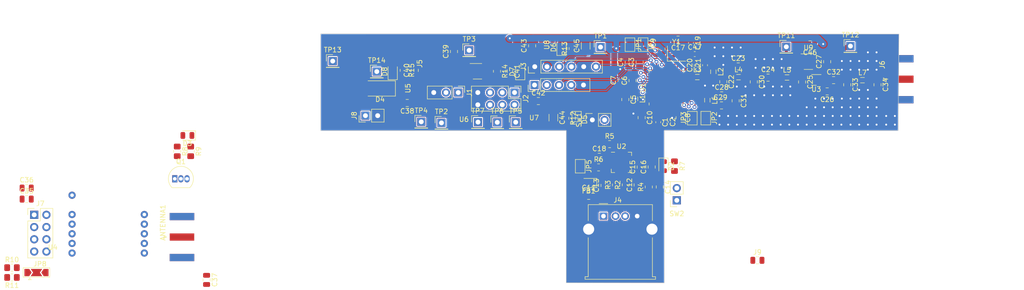
<source format=kicad_pcb>
(kicad_pcb (version 20211014) (generator pcbnew)
  (layers (0 "F.Cu" signal) (31 "B.Cu" signal) (34 "B.Paste" user) (35 "F.Paste" user) (36 "B.SilkS" user "B.Silkscreen") (37 "F.SilkS" user "F.Silkscreen") (38 "B.Mask" user) (39 "F.Mask" user) (44 "Edge.Cuts" user))
  (net 0 "")
  (net 1 "Net-(ANTENNA1-Pad1)")
  (net 2 "Net-(ANTENNA1-Pad2)")
  (net 3 "+3V3")
  (net 4 "GND")
  (net 5 "Net-(C5-Pad1)")
  (net 6 "NRST")
  (net 7 "/USB_5V")
  (net 8 "Net-(C12-Pad1)")
  (net 9 "Net-(C13-Pad1)")
  (net 10 "Net-(C14-Pad1)")
  (net 11 "Net-(C15-Pad2)")
  (net 12 "Net-(C17-Pad2)")
  (net 13 "/USB_3V3")
  (net 14 "Net-(C19-Pad2)")
  (net 15 "Net-(C20-Pad1)")
  (net 16 "Net-(C22-Pad1)")
  (net 17 "Net-(C23-Pad2)")
  (net 18 "Net-(C24-Pad2)")
  (net 19 "RFSW_VC1")
  (net 20 "RFSW_VC2")
  (net 21 "Net-(C28-Pad1)")
  (net 22 "Net-(C29-Pad1)")
  (net 23 "Net-(C29-Pad2)")
  (net 24 "Net-(C32-Pad1)")
  (net 25 "Net-(C32-Pad2)")
  (net 26 "Net-(C34-Pad1)")
  (net 27 "+3V3_RFID")
  (net 28 "Net-(C38-Pad1)")
  (net 29 "+5V")
  (net 30 "+5V_GPS")
  (net 31 "Net-(D2-Pad1)")
  (net 32 "Net-(D3-Pad1)")
  (net 33 "Net-(D4-Pad2)")
  (net 34 "Net-(D5-Pad2)")
  (net 35 "Net-(D6-Pad2)")
  (net 36 "Net-(D7-Pad2)")
  (net 37 "Net-(D8-Pad2)")
  (net 38 "ALARM_ON")
  (net 39 "RFID_LED")
  (net 40 "RFID_DATA0")
  (net 41 "RFID_DATA1")
  (net 42 "RFID_NRST")
  (net 43 "RFID_TAG_IN_RANGE")
  (net 44 "GPS_RXD")
  (net 45 "GPS_TXD")
  (net 46 "GPS_STATE")
  (net 47 "DEBUG_JTMS_SWDIO")
  (net 48 "DEBUG_JTCK_SWCLK")
  (net 49 "Net-(J7-Pad2)")
  (net 50 "Net-(J7-Pad3)")
  (net 51 "Net-(J7-Pad4)")
  (net 52 "Net-(J7-Pad5)")
  (net 53 "Net-(J7-Pad6)")
  (net 54 "Net-(C47-Pad1)")
  (net 55 "Net-(JP2-Pad1)")
  (net 56 "Net-(JP8-Pad1)")
  (net 57 "Net-(JP8-Pad2)")
  (net 58 "Net-(JP8-Pad3)")
  (net 59 "Net-(L1-Pad2)")
  (net 60 "Net-(C25-Pad1)")
  (net 61 "Net-(Q1-Pad2)")
  (net 62 "Net-(Q1-Pad3)")
  (net 63 "Net-(R2-Pad2)")
  (net 64 "Net-(R3-Pad2)")
  (net 65 "I2C1_SCL")
  (net 66 "I2C1_SDA")
  (net 67 "Net-(TP1-Pad1)")
  (net 68 "Net-(L3-Pad1)")
  (net 69 "DBUG_JTDO_SWO")
  (net 70 "DEBUG_JTRST")
  (net 71 "GPS_~{PWR}")
  (net 72 "RFID_~{PWR}")
  (net 73 "Net-(TP2-Pad1)")
  (net 74 "Net-(TP3-Pad1)")
  (net 75 "Net-(TP4-Pad1)")
  (net 76 "Net-(TP5-Pad1)")
  (net 77 "Net-(TP6-Pad1)")
  (net 78 "Net-(TP7-Pad1)")
  (net 80 "DEBUG_JTDI")
  (net 92 "unconnected-(U1-Pad32)")
  (footprint "Inductor_SMD:L_0805_2012Metric_Pad1.05x1.20mm_HandSolder" (layer "F.Cu") (at 172.992 144.554 -90)
    (fp_text reference "L1")
    (fp_text value "15u")
  )
  (footprint "Connector_PinHeader_2.54mm:PinHeader_1x01_P2.54mm_Vertical" (layer "F.Cu") (at 144.395 149.425)
    (fp_text reference "TP6")
    (fp_text value "TestPoint")
  )
  (footprint "Capacitor_SMD:C_0603_1608Metric" (layer "F.Cu") (at 185.777635 137.57 90)
    (fp_text reference "C20")
    (fp_text value "47n")
  )
  (footprint "Jumper:SolderJumper-2_P1.3mm_Open_TrianglePad1.0x1.5mm" (layer "F.Cu") (at 161.608 158.533 -90)
    (fp_text reference "JP5")
    (fp_text value "SolderJumper_2_Open")
  )
  (footprint "Resistor_SMD:R_0805_2012Metric_Pad1.20x1.40mm_HandSolder" (layer "F.Cu") (at 169.026 162.414 90)
    (fp_text reference "R3")
    (fp_text value "27R")
  )
  (footprint "Capacitor_SMD:C_0805_2012Metric" (layer "F.Cu") (at 182.23 148.48 -90)
    (fp_text reference "C8")
    (fp_text value "0.1u")
  )
  (footprint "Capacitor_SMD:C_0805_2012Metric" (layer "F.Cu") (at 46.736 165.354)
    (fp_text reference "C35")
    (fp_text value "10n")
  )
  (footprint "new_footprints:SOT25" (layer "F.Cu") (at 127.06 143.36 90)
    (fp_text reference "U5")
    (fp_text value "AP7370-50W5-7")
  )
  (footprint "Connector_PinSocket_2.54mm:PinSocket_1x02_P2.54mm_Vertical" (layer "F.Cu") (at 181.649 165.61 180)
    (fp_text reference "SW2")
    (fp_text value "SW_Push")
  )
  (footprint "Inductor_SMD:L_0805_2012Metric_Pad1.05x1.20mm_HandSolder" (layer "F.Cu") (at 185.9 140.03)
    (fp_text reference "L3")
    (fp_text value "4.45n")
  )
  (footprint "Connector_PinHeader_2.54mm:PinHeader_1x01_P2.54mm_Vertical" (layer "F.Cu") (at 140.395 149.375)
    (fp_text reference "TP7")
    (fp_text value "TestPoint")
  )
  (footprint "Connector_PinHeader_2.54mm:PinHeader_1x01_P2.54mm_Vertical" (layer "F.Cu") (at 165.82 133.81)
    (fp_text reference "TP1")
    (fp_text value "TestPoint")
  )
  (footprint "Connector_PinHeader_2.54mm:PinHeader_1x01_P2.54mm_Vertical" (layer "F.Cu") (at 138.559 134.477)
    (fp_text reference "TP3")
    (fp_text value "TestPoint")
  )
  (footprint "Inductor_SMD:L_0805_2012Metric_Pad1.05x1.20mm_HandSolder" (layer "F.Cu") (at 189.23 138.93 -90)
    (fp_text reference "L2")
    (fp_text value "47n")
  )
  (footprint "Capacitor_SMD:C_1206_3216Metric" (layer "F.Cu") (at 162.74 133.54 90)
    (fp_text reference "C45")
    (fp_text value "10u")
  )
  (footprint "Capacitor_SMD:C_0805_2012Metric" (layer "F.Cu") (at 127.265 138.634 90)
    (fp_text reference "C40")
    (fp_text value "1u")
  )
  (footprint "Resistor_SMD:R_0805_2012Metric_Pad1.20x1.40mm_HandSolder" (layer "F.Cu") (at 175.832 162.836 90)
    (fp_text reference "R4")
    (fp_text value "5k")
  )
  (footprint "Capacitor_SMD:C_0805_2012Metric" (layer "F.Cu") (at 151.63 133.54 90)
    (fp_text reference "C43")
    (fp_text value "1u")
  )
  (footprint "Jumper:SolderJumper-3_P2.0mm_Open_TrianglePad1.0x1.5mm" (layer "F.Cu") (at 48.768 180.594)
    (fp_text reference "JP8")
    (fp_text value "SolderJumper_3_Open")
  )
  (footprint "Resistor_SMD:R_0805_2012Metric_Pad1.20x1.40mm_HandSolder" (layer "F.Cu") (at 158.5 148.57 -90)
    (fp_text reference "R12")
    (fp_text value "200R")
  )
  (footprint "Jumper:SolderJumper-2_P1.3mm_Open_TrianglePad1.0x1.5mm" (layer "F.Cu") (at 174.66 133.29 -90)
    (fp_text reference "JP4")
    (fp_text value "SolderJumper_2_Open")
  )
  (footprint "Resistor_SMD:R_0805_2012Metric_Pad1.20x1.40mm_HandSolder" (layer "F.Cu") (at 124.979 138.634 -90)
    (fp_text reference "R15")
    (fp_text value "200R")
  )
  (footprint "Capacitor_SMD:C_0805_2012Metric" (layer "F.Cu") (at 181.910978 132.261 180)
    (fp_text reference "C17")
    (fp_text value "DNP")
  )
  (footprint "Capacitor_SMD:C_0805_2012Metric" (layer "F.Cu") (at 171.67 136.97 90)
    (fp_text reference "C4")
    (fp_text value "100n")
  )
  (footprint "Connector_PinHeader_2.54mm:PinHeader_1x02_P2.54mm_Vertical" (layer "F.Cu") (at 117.035 148.033 90)
    (fp_text reference "J8")
    (fp_text value "BATT")
  )
  (footprint "Package_DFN_QFN:DFN-6-1EP_2x2mm_P0.5mm_EP0.6x1.37mm" (layer "F.Cu") (at 210.6 140.62 180)
    (fp_text reference "U3")
    (fp_text value "SKY13370-374LF")
  )
  (footprint "LED_SMD:LED_0805_2012Metric" (layer "F.Cu") (at 163.356 162.024 180)
    (fp_text reference "FB1")
    (fp_text value "FerriteBead")
  )
  (footprint "Capacitor_SMD:C_0805_2012Metric" (layer "F.Cu") (at 170.962 144.694 -90)
    (fp_text reference "C5")
    (fp_text value "470n")
  )
  (footprint "Capacitor_SMD:C_0603_1608Metric" (layer "F.Cu") (at 177.8 149.4 -90)
    (fp_text reference "C1")
    (fp_text value "4.7u")
  )
  (footprint "Capacitor_SMD:C_0805_2012Metric" (layer "F.Cu") (at 178.118 162.836 -90)
    (fp_text reference "C14")
    (fp_text value "0.1u")
  )
  (footprint "Capacitor_SMD:C_0603_1608Metric" (layer "F.Cu") (at 187.507635 137.57 90)
    (fp_text reference "C21")
    (fp_text value "68p")
  )
  (footprint "Capacitor_SMD:C_0805_2012Metric" (layer "F.Cu") (at 173.93 136.93 90)
    (fp_text reference "C3")
    (fp_text value "4.7u")
  )
  (footprint "Connector_Coaxial:SMA_Amphenol_132289_EdgeMount" (layer "F.Cu") (at 78.9655 173.228)
    (fp_text reference "ANTENNA1")
    (fp_text value "1.337m")
  )
  (footprint "Resistor_SMD:R_0805_2012Metric_Pad1.20x1.40mm_HandSolder" (layer "F.Cu") (at 160.0285 134.114 90)
    (fp_text reference "R13")
    (fp_text value "200R")
  )
  (footprint "Capacitor_SMD:C_0805_2012Metric" (layer "F.Cu") (at 46.736 163.068)
    (fp_text reference "C36")
    (fp_text value "1u")
  )
  (footprint "Resistor_SMD:R_0805_2012Metric_Pad1.20x1.40mm_HandSolder" (layer "F.Cu") (at 77.978 155.448 -90)
    (fp_text reference "R8")
    (fp_text value "15R")
  )
  (footprint "Connector_PinHeader_2.54mm:PinHeader_1x01_P2.54mm_Vertical" (layer "F.Cu") (at 128.62 149.31)
    (fp_text reference "TP4")
    (fp_text value "TestPoint")
  )
  (footprint "Capacitor_SMD:C_0805_2012Metric" (layer "F.Cu") (at 200.59 140.15)
    (fp_text reference "C24")
    (fp_text value "68p")
  )
  (footprint "new_footprints:ID-3LA" (layer "F.Cu") (at 56.154 176.55)
    (fp_text reference "U4")
    (fp_text value "ID-3LA")
  )
  (footprint "Resistor_SMD:R_0805_2012Metric_Pad1.20x1.40mm_HandSolder" (layer "F.Cu") (at 43.688 181.61 180)
    (fp_text reference "R11")
    (fp_text value "1k")
  )
  (footprint "Connector_PinHeader_2.54mm:PinHeader_1x01_P2.54mm_Vertical" (layer "F.Cu") (at 110.246 136.714)
    (fp_text reference "TP13")
    (fp_text value "TestPoint")
  )
  (footprint "Capacitor_SMD:C_0603_1608Metric" (layer "F.Cu") (at 185.37 135.26)
    (fp_text reference "C47")
    (fp_text value "1u")
  )
  (footprint "Resistor_SMD:R_0805_2012Metric_Pad1.20x1.40mm_HandSolder" (layer "F.Cu") (at 165.418 158.772)
    (fp_text reference "R6")
    (fp_text value "1k")
  )
  (footprint "Capacitor_SMD:C_0805_2012Metric" (layer "F.Cu") (at 191.3 141 -90)
    (fp_text reference "C22")
    (fp_text value "0.7p")
  )
  (footprint "Capacitor_SMD:C_0805_2012Metric" (layer "F.Cu") (at 152.92 145.01)
    (fp_text reference "C42")
    (fp_text value "1u")
  )
  (footprint "Jumper:SolderJumper-2_P1.3mm_Open_TrianglePad1.0x1.5mm" (layer "F.Cu") (at 184.87 148.56 90)
    (fp_text reference "JP3")
    (fp_text value "SolderJumper_2_Open")
  )
  (footprint "Connector_USB:USB_A_Molex_67643_Horizontal" (layer "F.Cu") (at 166.426 168.884)
    (fp_text reference "J4")
    (fp_text value "USB_A")
  )
  (footprint "Capacitor_SMD:C_0805_2012Metric" (layer "F.Cu") (at 193.86 144.95 -90)
    (fp_text reference "C31")
    (fp_text value "1p")
  )
  (footprint "Capacitor_SMD:C_0805_2012Metric" (layer "F.Cu") (at 207.65 141.05 -90)
    (fp_text reference "C25")
    (fp_text value "DNP")
  )
  (footprint "Resistor_SMD:R_0805_2012Metric_Pad1.20x1.40mm_HandSolder" (layer "F.Cu") (at 144.334 138.827 -90)
    (fp_text reference "R14")
    (fp_text value "200R")
  )
  (footprint "Resistor_SMD:R_0805_2012Metric_Pad1.20x1.40mm_HandSolder" (layer "F.Cu") (at 171.066 162.404 90)
    (fp_text reference "R2")
    (fp_text value "27R")
  )
  (footprint "Capacitor_SMD:C_0805_2012Metric" (layer "F.Cu") (at 135.409 134.727 90)
    (fp_text reference "C39")
    (fp_text value "1u")
  )
  (footprint "Capacitor_SMD:C_0805_2012Metric" (layer "F.Cu") (at 217.02 141.625 -90)
    (fp_text reference "C33")
    (fp_text value "3.3p")
  )
  (footprint "Package_DFN_QFN:QFN-48-1EP_7x7mm_P0.5mm_EP5.6x5.6mm" (layer "F.Cu") (at 179.51 142.24 90)
    (fp_text reference "U1")
    (fp_text value "STM32WL55_UFQFPN48")
  )
  (footprint "Capacitor_SMD:C_0805_2012Metric" (layer "F.Cu") (at 84.074 182.118 -90)
    (fp_text reference "C37")
    (fp_text value "DNP")
  )
  (footprint "Connector_PinHeader_2.54mm:PinHeader_1x06_P2.54mm_Vertical" (layer "F.Cu") (at 152.17 137.87 90)
    (fp_text reference "J3")
    (fp_text value "GPS_CONN")
  )
  (footprint "Capacitor_SMD:C_0805_2012Metric" (layer "F.Cu") (at 165.556 156.574)
    (fp_text reference "C18")
    (fp_text value "100n")
  )
  (footprint "Connector_PinHeader_2.54mm:PinHeader_1x01_P2.54mm_Vertical" (layer "F.Cu") (at 148.22 149.4)
    (fp_text reference "TP5")
    (fp_text value "TestPoint")
  )
  (footprint "Resistor_SMD:R_0805_2012Metric_Pad1.20x1.40mm_HandSolder" (layer "F.Cu") (at 181.166 158.518 -90)
    (fp_text reference "R7")
    (fp_text value "500R")
  )
  (footprint "Capacitor_SMD:C_0805_2012Metric" (layer "F.Cu") (at 170.184 140.704 90)
    (fp_text reference "C7")
    (fp_text value "10n")
  )
  (footprint "Capacitor_SMD:C_0805_2012Metric" (layer "F.Cu") (at 190.92 145.91)
    (fp_text reference "C29")
    (fp_text value "3p")
  )
  (footprint "Package_TO_SOT_SMD:SOT-23-5_HandSoldering" (layer "F.Cu") (at 208.96 136.83)
    (fp_text reference "U9")
    (fp_text value "74LVC1G04")
  )
  (footprint "Capacitor_SMD:C_0805_2012Metric" (layer "F.Cu") (at 197.625 141.025 -90)
    (fp_text reference "C30")
    (fp_text value "5.1p")
  )
  (footprint "Capacitor_SMD:C_0805_2012Metric" (layer "F.Cu") (at 163.366 164.674)
    (fp_text reference "C11")
    (fp_text value "10n")
  )
  (footprint "Capacitor_SMD:C_0805_2012Metric" (layer "F.Cu") (at 198.374 178.054)
    (fp_text reference "J9")
    (fp_text value "RFShield_TwoPieces")
  )
  (footprint "Capacitor_SMD:C_0805_2012Metric" (layer "F.Cu") (at 174.35 148.45 -90)
    (fp_text reference "C10")
    (fp_text value "4.7u")
  )
  (footprint "Connector_PinHeader_2.54mm:PinHeader_2x04_P2.54mm_Vertical" (layer "F.Cu") (at 147.975 143.24 -90)
    (fp_text reference "J2")
    (fp_text value "RFID_CONN")
  )
  (footprint "new_footprints:SOT25" (layer "F.Cu") (at 155.878 134.606 90)
    (fp_text reference "U8")
    (fp_text value "AP22811BW5-7")
  )
  (footprint "Capacitor_SMD:C_0805_2012Metric" (layer "F.Cu") (at 174.156 158.714 90)
    (fp_text reference "C15")
    (fp_text value "100n")
  )
  (footprint "Jumper:SolderJumper-2_P1.3mm_Open_TrianglePad1.0x1.5mm" (layer "F.Cu") (at 187.66 148.55 -90)
    (fp_text reference "JP2")
    (fp_text value "SolderJumper_2_Open")
  )
  (footprint "Capacitor_SMD:C_0603_1608Metric" (layer "F.Cu") (at 184.59 132.95 -90)
    (fp_text reference "C19")
    (fp_text value "DNP")
  )
  (footprint "LED_SMD:LED_0805_2012Metric" (layer "F.Cu") (at 80.0885 152.146 180)
    (fp_text reference "D3")
    (fp_text value "LED")
  )
  (footprint "Connector_PinHeader_2.54mm:PinHeader_1x01_P2.54mm_Vertical" (layer "F.Cu") (at 204.375 133.75)
    (fp_text reference "TP11")
    (fp_text value "TestPoint")
  )
  (footprint "Capacitor_SMD:C_0805_2012Metric" (layer "F.Cu") (at 194.4 137.825)
    (fp_text reference "C23")
    (fp_text value "2p")
  )
  (footprint "Resistor_SMD:R_0805_2012Metric_Pad1.20x1.40mm_HandSolder" (layer "F.Cu") (at 167.704 153.946)
    (fp_text reference "R5")
    (fp_text value "1k")
  )
  (footprint "Inductor_SMD:L_0805_2012Metric_Pad1.05x1.20mm_HandSolder" (layer "F.Cu") (at 187.985 144.83 -90)
    (fp_text reference "L6")
    (fp_text value "11n")
  )
  (footprint "Capacitor_SMD:C_0805_2012Metric" (layer "F.Cu") (at 146.834 138.827 -90)
    (fp_text reference "C41")
    (fp_text value "1u")
  )
  (footprint "Capacitor_SMD:C_0805_2012Metric" (layer "F.Cu") (at 166.651 162.514 90)
    (fp_text reference "C13")
    (fp_text value "47p")
  )
  (footprint "Jumper:SolderJumper-2_P1.3mm_Open_TrianglePad1.0x1.5mm" (layer "F.Cu") (at 171.93 133.305 -90)
    (fp_text reference "JP1")
    (fp_text value "SolderJumper_2_Bridged")
  )
  (footprint "Package_DFN_QFN:QFN-16-1EP_4x4mm_P0.65mm_EP2.1x2.1mm" (layer "F.Cu") (at 170.156 157.734)
    (fp_text reference "U2")
    (fp_text value "FT201XQ")
  )
  (footprint "new_footprints:SOT25" (layer "F.Cu") (at 151.54 149.68)
    (fp_text reference "U7")
    (fp_text value "AP22811BW5-7")
  )
  (footprint "Inductor_SMD:L_0805_2012Metric_Pad1.05x1.20mm_HandSolder" (layer "F.Cu") (at 204.52 140.12)
    (fp_text reference "L5")
    (fp_text value "8.7n")
  )
  (footprint "Capacitor_SMD:C_0805_2012Metric" (layer "F.Cu") (at 172.47 140.77 90)
    (fp_text reference "C6")
    (fp_text value "1u")
  )
  (footprint "Inductor_SMD:L_0805_2012Metric_Pad1.05x1.20mm_HandSolder" (layer "F.Cu") (at 194.45 140.05)
    (fp_text reference "L4")
    (fp_text value "3.6n")
  )
  (footprint "LED_SMD:LED_0805_2012Metric" (layer "F.Cu") (at 157.726 133.86 90)
    (fp_text reference "D6")
    (fp_text value "LED")
  )
  (footprint "Diode_SMD:D_2010_5025Metric" (layer "F.Cu") (at 120.07 142.39 180)
    (fp_text reference "D4")
    (fp_text value "D")
  )
  (footprint "Connector_PinHeader_2.54mm:PinHeader_2x04_P2.54mm_Vertical" (layer "F.Cu") (at 48.297 168.616)
    (fp_text reference "J7")
    (fp_text value "Conn_01x08_Male")
  )
  (footprint "Connector_PinHeader_2.54mm:PinHeader_1x01_P2.54mm_Vertical" (layer "F.Cu") (at 217.678 133.604)
    (fp_text reference "TP12")
    (fp_text value "TestPoint")
  )
  (footprint "Capacitor_SMD:C_1206_3216Metric" (layer "F.Cu") (at 156.04 148.45 -90)
    (fp_text reference "C44")
    (fp_text value "10u")
  )
  (footprint "LED_SMD:LED_0805_2012Metric" (layer "F.Cu") (at 149.16 138.91 90)
    (fp_text reference "D7")
    (fp_text value "LED")
  )
  (footprint "Capacitor_SMD:C_0805_2012Metric" (layer "F.Cu") (at 214.19 140.67)
    (fp_text reference "C32")
    (fp_text value "56p")
  )
  (footprint "Capacitor_SMD:C_0805_2012Metric" (layer "F.Cu") (at 223.3 141.625 -90)
    (fp_text reference "C34")
    (fp_text value "3.3p")
  )
  (footprint "Resistor_SMD:R_0805_2012Metric_Pad1.20x1.40mm_HandSolder" (layer "F.Cu") (at 80.772 155.448 -90)
    (fp_text reference "R9")
    (fp_text value "300R")
  )
  (footprint "Resistor_SMD:R_0805_2012Metric_Pad1.20x1.40mm_HandSolder" (layer "F.Cu") (at 43.688 179.578)
    (fp_text reference "R10")
    (fp_text value "1k")
  )
  (footprint "Capacitor_SMD:C_0805_2012Metric" (layer "F.Cu") (at 176.436 158.694 90)
    (fp_text reference "C16")
    (fp_text value "4.7u")
  )
  (footprint "Connector_PinHeader_2.54mm:PinHeader_1x01_P2.54mm_Vertical" (layer "F.Cu") (at 119.391 138.888)
    (fp_text reference "TP14")
    (fp_text value "TestPoint")
  )
  (footprint "Capacitor_SMD:C_0805_2012Metric" (layer "F.Cu") (at 173.521 162.414 90)
    (fp_text reference "C12")
    (fp_text value "47p")
  )
  (footprint "Capacitor_SMD:C_0805_2012Metric" (layer "F.Cu") (at 212.852 143.002 180)
    (fp_text reference "C26")
    (fp_text value "1000p")
  )
  (footprint "LED_SMD:LED_0805_2012Metric" (layer "F.Cu") (at 178.88 158.518 -90)
    (fp_text reference "D2")
    (fp_text value "LED")
  )
  (footprint "Connector_PinHeader_2.54mm:PinHeader_1x01_P2.54mm_Vertical" (layer "F.Cu") (at 132.81 149.53)
    (fp_text reference "TP2")
    (fp_text value "TestPoint")
  )
  (footprint "Oscillator:Oscillator_SMD_Abracon_ASE-4Pin_3.2x2.5mm" (layer "F.Cu") (at 181.580978 135.155)
    (fp_text reference "Y1")
    (fp_text value "32MHz")
  )
  (footprint "Inductor_SMD:L_0805_2012Metric_Pad1.05x1.20mm_HandSolder" (layer "F.Cu") (at 220.175 140.675)
    (fp_text reference "L7")
    (fp_text value "9.1n")
  )
  (footprint "Package_TO_SOT_SMD:SOT-23-5_HandSoldering" (layer "F.Cu") (at 140.284 138.827)
    (fp_text reference "U6")
    (fp_text value "S-1135A33-M5T1U")
  )
  (footprint "LED_SMD:LED_0805_2012Metric" (layer "F.Cu") (at 122.693 138.888 90)
    (fp_text reference "D8")
    (fp_text value "LED")
  )
  (footprint "LED_SMD:LED_0805_2012Metric" (layer "F.Cu") (at 160.86 148.84 -90)
    (fp_text reference "D5")
    (fp_text value "LED")
  )
  (footprint "Capacitor_SMD:C_0805_2012Metric" (layer "F.Cu") (at 190.96 143.83)
    (fp_text reference "C28")
    (fp_text value "4.7p")
  )
  (footprint "Connector_PinHeader_2.54mm:PinHeader_1x03_P2.54mm_Vertical" (layer "F.Cu") (at 136.291 143.24 -90)
    (fp_text reference "J1")
    (fp_text value "ALARM")
  )
  (footprint "Connector_PinSocket_2.54mm:PinSocket_1x02_P2.54mm_Vertical" (layer "F.Cu") (at 164.12 148.92 90)
    (fp_text reference "SW1")
    (fp_text value "SW_Push")
  )
  (footprint "Package_TO_SOT_THT:TO-92_Inline" (layer "F.Cu") (at 77.47 161.142)
    (fp_text reference "Q1")
    (fp_text value "2N3904")
  )
  (footprint "Connector_Coaxial:SMA_Amphenol_132289_EdgeMount" (layer "F.Cu") (at 228.2375 140.475)
    (fp_text reference "J6")
    (fp_text value "ANTENNA2")
  )
  (footprint "Capacitor_SMD:C_0805_2012Metric" (layer "F.Cu") (at 209.29 133.25 180)
    (fp_text reference "C46")
    (fp_text value "1u")
  )
  (footprint "Capacitor_SMD:C_0805_2012Metric" (layer "F.Cu") (at 125.71 145.41 180)
    (fp_text reference "C38")
    (fp_text value "1u")
  )
  (footprint "Connector_PinHeader_2.54mm:PinHeader_1x05_P2.54mm_Vertical" (layer "F.Cu") (at 152.125 141.68 90)
    (fp_text reference "J5")
    (fp_text value "DEBUG")
  )
  (footprint "Capacitor_SMD:C_0603_1608Metric" (layer "F.Cu") (at 179.375 149.35 -90)
    (fp_text reference "C2")
    (fp_text value "100n")
  )
  (footprint "Capacitor_SMD:C_0805_2012Metric" (layer "F.Cu") (at 212.852 136.84 90)
    (fp_text reference "C27")
    (fp_text value "1000p")
  )
  (footprint "Capacitor_SMD:C_0805_2012Metric" (layer "F.Cu") (at 178.48 134.2 90)
    (fp_text reference "C9")
    (fp_text value "4.7u")
  )
  (gr_poly (pts (xy 107.75 131.075) (xy 227.75 131.1) (xy 227.575 151.125) (xy 179.025 151.1) (xy 179.05 182.75) (xy 158.7 182.725) (xy 158.725 151.125) (xy 107.75 151.125)) (layer "Edge.Cuts") (width 0.1) (fill none))
  (segment (start 181.76 145.6775) (end 181.76 146.497862) (width 0.2) (layer "F.Cu") (net 3))
  (segment (start 146.759 136.277) (end 146.759 132.221) (width 1.45) (layer "F.Cu") (net 3))
  (segment (start 177.84 134.51) (end 178.48 135.15) (width 0.4) (layer "F.Cu") (net 3))
  (segment (start 176.0725 141.49) (end 175.63 141.49) (width 0.2) (layer "F.Cu") (net 3))
  (segment (start 146.759 137.802) (end 146.834 137.877) (width 1.45) (layer "F.Cu") (net 3))
  (segment (start 174.859994 144.675) (end 175.544994 143.99) (width 0.2) (layer "F.Cu") (net 3))
  (segment (start 178.48 135.15) (end 178.48 135.704313) (width 0.4) (layer "F.Cu") (net 3))
  (segment (start 168.65948 134.51052) (end 168.65948 140.438725) (width 1.2) (layer "F.Cu") (net 3))
  (segment (start 180.675 147.582862) (end 180.675 148.475) (width 0.2) (layer "F.Cu") (net 3))
  (segment (start 174.625 144.675) (end 174.859994 144.675) (width 0.2) (layer "F.Cu") (net 3))
  (segment (start 174.246 147.604) (end 174.35 147.5) (width 1.2) (layer "F.Cu") (net 3))
  (segment (start 175.544994 143.99) (end 176.0725 143.99) (width 0.2) (layer "F.Cu") (net 3))
  (segment (start 180.759519 137.983832) (end 180.759519 138.259519) (width 0.4) (layer "F.Cu") (net 3))
  (segment (start 180.76 138.8025) (end 180.76 137.984313) (width 0.2) (layer "F.Cu") (net 3))
  (segment (start 146.759 132.221) (end 146.99 131.99) (width 1.45) (layer "F.Cu") (net 3))
  (segment (start 169.09 134.08) (end 169.18952 134.17952) (width 0.8) (layer "F.Cu") (net 3))
  (segment (start 170.604 147.604) (end 172.646 147.604) (width 1.2) (layer "F.Cu") (net 3))
  (segment (start 169.43748 146.43748) (end 170.604 147.604) (width 1.2) (layer "F.Cu") (net 3))
  (segment (start 172.47 141.72) (end 172.790489 141.399511) (width 0.2) (layer "F.Cu") (net 3))
  (segment (start 169.43748 141.216725) (end 169.940755 141.72) (width 1.2) (layer "F.Cu") (net 3))
  (segment (start 146.759 136.277) (end 146.759 137.802) (width 1.45) (layer "F.Cu") (net 3))
  (segment (start 180.759519 138.259519) (end 180.76 138.26) (width 0.4) (layer "F.Cu") (net 3))
  (segment (start 178.48 135.704313) (end 180.759519 137.983832) (width 0.4) (layer "F.Cu") (net 3))
  (segment (start 177.8 148.625) (end 180.525 148.625) (width 0.2) (layer "F.Cu") (net 3))
  (segment (start 177.16 134.51) (end 177.84 134.51) (width 0.4) (layer "F.Cu") (net 3))
  (segment (start 171.9 134.06) (end 171.93 134.03) (width 0.4) (layer "F.Cu") (net 3))
  (segment (start 172.404 141.654) (end 172.47 141.72) (width 0.6) (layer "F.Cu") (net 3))
  (segment (start 169.43748 141.216725) (end 169.43748 146.43748) (width 1.2) (layer "F.Cu") (net 3))
  (segment (start 141.634 137.877) (end 146.834 137.877) (width 1.45) (layer "F.Cu") (net 3))
  (segment (start 180.76 137.984313) (end 180.759519 137.983832) (width 0.2) (layer "F.Cu") (net 3))
  (segment (start 180.525 148.625) (end 180.675 148.475) (width 0.2) (layer "F.Cu") (net 3))
  (segment (start 176.0605 141.478) (end 176.0725 141.49) (width 0.2) (layer "F.Cu") (net 3))
  (segment (start 168.65948 140.438725) (end 169.43748 141.216725) (width 1.2) (layer "F.Cu") (net 3))
  (segment (start 175.63 141.49) (end 175.539511 141.399511) (width 0.2) (layer "F.Cu") (net 3))
  (segment (start 169.09 134.08) (end 168.65948 134.51052) (width 1.2) (layer "F.Cu") (net 3))
  (segment (start 178.721467 135.15) (end 178.48 135.15) (width 0.2) (layer "F.Cu") (net 3))
  (segment (start 169.940755 141.72) (end 172.47 141.72) (width 1.2) (layer "F.Cu") (net 3))
  (segment (start 169.18952 134.17952) (end 171.93 134.17952) (width 0.8) (layer "F.Cu") (net 3))
  (segment (start 181.76 146.497862) (end 180.675 147.582862) (width 0.2) (layer "F.Cu") (net 3))
  (segment (start 172.646 147.604) (end 174.246 147.604) (width 1.2) (layer "F.Cu") (net 3))
  (segment (start 170.184 141.654) (end 172.404 141.654) (width 0.6) (layer "F.Cu") (net 3))
  (segment (start 172.790489 141.399511) (end 175.539511 141.399511) (width 0.2) (layer "F.Cu") (net 3))
  (via (at 172.646 147.604) (size 0.8) (drill 0.4) (layers "F.Cu" "B.Cu") (net 3))
  (via (at 212.025 133.175) (size 0.8) (drill 0.4) (layers "F.Cu" "B.Cu") (net 3))
  (via (at 174.625 144.675) (size 0.8) (drill 0.4) (layers "F.Cu" "B.Cu") (net 3))
  (via (at 146.99 131.99) (size 0.8) (drill 0.4) (layers "F.Cu" "B.Cu") (net 3))
  (via (at 177.16 134.51) (size 0.8) (drill 0.4) (layers "F.Cu" "B.Cu") (net 3))
  (via (at 180.675 148.475) (size 0.8) (drill 0.4) (layers "F.Cu" "B.Cu") (net 3))
  (via (at 169.09 134.08) (size 0.8) (drill 0.4) (layers "F.Cu" "B.Cu") (net 3))
  (segment (start 175.244511 133.398045) (end 176.356466 134.51) (width 0.8) (layer "B.Cu") (net 3))
  (segment (start 146.99 131.99) (end 151.82 131.99) (width 1.45) (layer "B.Cu") (net 3))
  (segment (start 176.356466 134.51) (end 177.16 134.51) (width 0.8) (layer "B.Cu") (net 3))
  (segment (start 172.646 147.604) (end 172.646 146.654) (width 1.2) (layer "B.Cu") (net 3))
  (segment (start 212.025 133.175) (end 210.825489 131.975489) (width 1.45) (layer "B.Cu") (net 3))
  (segment (start 175.244511 131.975489) (end 170.799511 131.975489) (width 1.45) (layer "B.Cu") (net 3))
  (segment (start 169.09 132.26) (end 168.805489 131.975489) (width 1.2) (layer "B.Cu") (net 3))
  (segment (start 170.799511 131.975489) (end 168.805489 131.975489) (width 1.45) (layer "B.Cu") (net 3))
  (segment (start 169.09 134.08) (end 169.09 132.26) (width 1.2) (layer "B.Cu") (net 3))
  (segment (start 172.646 146.654) (end 174.625 144.675) (width 1.2) (layer "B.Cu") (net 3))
  (segment (start 210.825489 131.975489) (end 175.244511 131.975489) (width 1.45) (layer "B.Cu") (net 3))
  (segment (start 168.805489 131.975489) (end 151.834511 131.975489) (width 1.45) (layer "B.Cu") (net 3))
  (segment (start 175.244511 131.975489) (end 175.244511 133.398045) (width 0.8) (layer "B.Cu") (net 3))
  (via (at 210.4 149.9) (size 0.8) (drill 0.4) (layers "F.Cu" "B.Cu") (net 4))
  (via (at 205 148.1) (size 0.8) (drill 0.4) (layers "F.Cu" "B.Cu") (net 4))
  (via (at 212.2 146.3) (size 0.8) (drill 0.4) (layers "F.Cu" "B.Cu") (net 4))
  (via (at 191.3 133.9) (size 0.8) (drill 0.4) (layers "F.Cu" "B.Cu") (net 4))
  (via (at 223.1 149.9) (size 0.8) (drill 0.4) (layers "F.Cu" "B.Cu") (net 4))
  (via (at 221.3 149.9) (size 0.8) (drill 0.4) (layers "F.Cu" "B.Cu") (net 4))
  (via (at 219.5 138.5) (size 0.8) (drill 0.4) (layers "F.Cu" "B.Cu") (net 4))
  (via (at 223.1 138.5) (size 0.8) (drill 0.4) (layers "F.Cu" "B.Cu") (net 4))
  (via (at 226.9 149.9) (size 0.8) (drill 0.4) (layers "F.Cu" "B.Cu") (net 4))
  (via (at 215.8 148.1) (size 0.8) (drill 0.4) (layers "F.Cu" "B.Cu") (net 4))
  (via (at 205.2 142) (size 0.8) (drill 0.4) (layers "F.Cu" "B.Cu") (net 4))
  (via (at 221.3 138.5) (size 0.8) (drill 0.4) (layers "F.Cu" "B.Cu") (net 4))
  (via (at 199.8 142) (size 0.8) (drill 0.4) (layers "F.Cu" "B.Cu") (net 4))
  (via (at 212.2 148.1) (size 0.8) (drill 0.4) (layers "F.Cu" "B.Cu") (net 4))
  (via (at 201.4 149.9) (size 0.8) (drill 0.4) (layers "F.Cu" "B.Cu") (net 4))
  (via (at 199.5 148.1) (size 0.8) (drill 0.4) (layers "F.Cu" "B.Cu") (net 4))
  (via (at 193.1 133.9) (size 0.8) (drill 0.4) (layers "F.Cu" "B.Cu") (net 4))
  (via (at 208.6 146.3) (size 0.8) (drill 0.4) (layers "F.Cu" "B.Cu") (net 4))
  (via (at 214 148.1) (size 0.8) (drill 0.4) (layers "F.Cu" "B.Cu") (net 4))
  (via (at 197.7 149.9) (size 0.8) (drill 0.4) (layers "F.Cu" "B.Cu") (net 4))
  (via (at 199.8 143.8) (size 0.8) (drill 0.4) (layers "F.Cu" "B.Cu") (net 4))
  (via (at 198 136.3) (size 0.8) (drill 0.4) (layers "F.Cu" "B.Cu") (net 4))
  (via (at 223.1 148.1) (size 0.8) (drill 0.4) (layers "F.Cu" "B.Cu") (net 4))
  (via (at 190.5 149.9) (size 0.8) (drill 0.4) (layers "F.Cu" "B.Cu") (net 4))
  (via (at 195.9 142) (size 0.8) (drill 0.4) (layers "F.Cu" "B.Cu") (net 4))
  (via (at 221.3 148.1) (size 0.8) (drill 0.4) (layers "F.Cu" "B.Cu") (net 4))
  (via (at 217.7 146.3) (size 0.8) (drill 0.4) (layers "F.Cu" "B.Cu") (net 4))
  (via (at 194.1 142) (size 0.8) (drill 0.4) (layers "F.Cu" "B.Cu") (net 4))
  (via (at 201.6 138.1) (size 0.8) (drill 0.4) (layers "F.Cu" "B.Cu") (net 4))
  (via (at 217.7 148.1) (size 0.8) (drill 0.4) (layers "F.Cu" "B.Cu") (net 4))
  (via (at 190.5 148.1) (size 0.8) (drill 0.4) (layers "F.Cu" "B.Cu") (net 4))
  (via (at 173.06 144.53) (size 0.8) (drill 0.4) (layers "F.Cu" "B.Cu") (net 4))
  (via (at 221.3 144.5) (size 0.8) (drill 0.4) (layers "F.Cu" "B.Cu") (net 4))
  (via (at 187.5 141.8) (size 0.8) (drill 0.4) (layers "F.Cu" "B.Cu") (net 4))
  (via (at 203.4 136.3) (size 0.8) (drill 0.4) (layers "F.Cu" "B.Cu") (net 4))
  (via (at 203.2 148.1) (size 0.8) (drill 0.4) (layers "F.Cu" "B.Cu") (net 4))
  (via (at 223.1 136.7) (size 0.8) (drill 0.4) (layers "F.Cu" "B.Cu") (net 4))
  (via (at 201.6 142) (size 0.8) (drill 0.4) (layers "F.Cu" "B.Cu") (net 4))
  (via (at 203.4 142) (size 0.8) (drill 0.4) (layers "F.Cu" "B.Cu") (net 4))
  (via (at 195.9 143.8) (size 0.8) (drill 0.4) (layers "F.Cu" "B.Cu") (net 4))
  (via (at 225.1 148.1) (size 0.8) (drill 0.4) (layers "F.Cu" "B.Cu") (net 4))
  (via (at 194.9 135.7) (size 0.8) (drill 0.4) (layers "F.Cu" "B.Cu") (net 4))
  (via (at 203.4 143.8) (size 0.8) (drill 0.4) (layers "F.Cu" "B.Cu") (net 4))
  (via (at 212.2 149.9) (size 0.8) (drill 0.4) (layers "F.Cu" "B.Cu") (net 4))
  (via (at 223.1 146.3) (size 0.8) (drill 0.4) (layers "F.Cu" "B.Cu") (net 4))
  (via (at 219.5 136.7) (size 0.8) (drill 0.4) (layers "F.Cu" "B.Cu") (net 4))
  (via (at 206.8 149.9) (size 0.8) (drill 0.4) (layers "F.Cu" "B.Cu") (net 4))
  (via (at 223.1 144.5) (size 0.8) (drill 0.4) (layers "F.Cu" "B.Cu") (net 4))
  (via (at 201.6 143.8) (size 0.8) (drill 0.4) (layers "F.Cu" "B.Cu") (net 4))
  (via (at 219.5 144.5) (size 0.8) (drill 0.4) (layers "F.Cu" "B.Cu") (net 4))
  (via (at 198 138.1) (size 0.8) (drill 0.4) (layers "F.Cu" "B.Cu") (net 4))
  (via (at 214 149.9) (size 0.8) (drill 0.4) (layers "F.Cu" "B.Cu") (net 4))
  (via (at 219.5 149.9) (size 0.8) (drill 0.4) (layers "F.Cu" "B.Cu") (net 4))
  (via (at 217.7 144.5) (size 0.8) (drill 0.4) (layers "F.Cu" "B.Cu") (net 4))
  (via (at 195.9 149.9) (size 0.8) (drill 0.4) (layers "F.Cu" "B.Cu") (net 4))
  (via (at 194.1 148.1) (size 0.8) (drill 0.4) (layers "F.Cu" "B.Cu") (net 4))
  (via (at 206.8 148.1) (size 0.8) (drill 0.4) (layers "F.Cu" "B.Cu") (net 4))
  (via (at 194.1 149.9) (size 0.8) (drill 0.4) (layers "F.Cu" "B.Cu") (net 4))
  (via (at 221.3 136.7) (size 0.8) (drill 0.4) (layers "F.Cu" "B.Cu") (net 4))
  (via (at 221.3 142.7) (size 0.8) (drill 0.4) (layers "F.Cu" "B.Cu") (net 4))
  (via (at 199.8 138.1) (size 0.8) (drill 0.4) (layers "F.Cu" "B.Cu") (net 4))
  (via (at 203.2 149.9) (size 0.8) (drill 0.4) (layers "F.Cu" "B.Cu") (net 4))
  (via (at 203.4 138.1) (size 0.8) (drill 0.4) (layers "F.Cu" "B.Cu") (net 4))
  (via (at 205 149.9) (size 0.8) (drill 0.4) (layers "F.Cu" "B.Cu") (net 4))
  (via (at 210.4 146.3) (size 0.8) (drill 0.4) (layers "F.Cu" "B.Cu") (net 4))
  (via (at 197.7 143.8) (size 0.8) (drill 0.4) (layers "F.Cu" "B.Cu") (net 4))
  (via (at 199.8 136.3) (size 0.8) (drill 0.4) (layers "F.Cu" "B.Cu") (net 4))
  (via (at 208.6 148.1) (size 0.8) (drill 0.4) (layers "F.Cu" "B.Cu") (net 4))
  (via (at 214 146.3) (size 0.8) (drill 0.4) (layers "F.Cu" "B.Cu") (net 4))
  (via (at 223.1 134.9) (size 0.8) (drill 0.4) (layers "F.Cu" "B.Cu") (net 4))
  (via (at 217.7 136.7) (size 0.8) (drill 0.4) (layers "F.Cu" "B.Cu") (net 4))
  (via (at 210.4 148.1) (size 0.8) (drill 0.4) (layers "F.Cu" "B.Cu") (net 4))
  (via (at 217.7 149.9) (size 0.8) (drill 0.4) (layers "F.Cu" "B.Cu") (net 4))
  (via (at 212.2 144.5) (size 0.8) (drill 0.4) (layers "F.Cu" "B.Cu") (net 4))
  (via (at 210.4 144.5) (size 0.8) (drill 0.4) (layers "F.Cu" "B.Cu") (net 4))
  (via (at 192.3 149.9) (size 0.8) (drill 0.4) (layers "F.Cu" "B.Cu") (net 4))
  (via (at 221.3 146.3) (size 0.8) (drill 0.4) (layers "F.Cu" "B.Cu") (net 4))
  (via (at 189.2 141.8) (size 0.8) (drill 0.4) (layers "F.Cu" "B.Cu") (net 4))
  (via (at 189.5 135.7) (size 0.8) (drill 0.4) (layers "F.Cu" "B.Cu") (net 4))
  (via (at 219.5 142.7) (size 0.8) (drill 0.4) (layers "F.Cu" "B.Cu") (net 4))
  (via (at 214 144.5) (size 0.8) (drill 0.4) (layers "F.Cu" "B.Cu") (net 4))
  (via (at 215.8 149.9) (size 0.8) (drill 0.4) (layers "F.Cu" "B.Cu") (net 4))
  (via (at 189.5 133.9) (size 0.8) (drill 0.4) (layers "F.Cu" "B.Cu") (net 4))
  (via (at 221.3 134.9) (size 0.8) (drill 0.4) (layers "F.Cu" "B.Cu") (net 4))
  (via (at 169.9 138.38) (size 0.8) (drill 0.4) (layers "F.Cu" "B.Cu") (net 4))
  (via (at 197.7 148.1) (size 0.8) (drill 0.4) (layers "F.Cu" "B.Cu") (net 4))
  (via (at 205.2 138.1) (size 0.8) (drill 0.4) (layers "F.Cu" "B.Cu") (net 4))
  (via (at 215.9 136.7) (size 0.8) (drill 0.4) (layers "F.Cu" "B.Cu") (net 4))
  (via (at 191.3 137.5) (size 0.8) (drill 0.4) (layers "F.Cu" "B.Cu") (net 4))
  (via (at 215.9 138.5) (size 0.8) (drill 0.4) (layers "F.Cu" "B.Cu") (net 4))
  (via (at 194.9 133.9) (size 0.8) (drill 0.4) (layers "F.Cu" "B.Cu") (net 4))
  (via (at 191.3 135.7) (size 0.8) (drill 0.4) (layers "F.Cu" "B.Cu") (net 4))
  (via (at 208.6 149.9) (size 0.8) (drill 0.4) (layers "F.Cu" "B.Cu") (net 4))
  (via (at 193.1 135.7) (size 0.8) (drill 0.4) (layers "F.Cu" "B.Cu") (net 4))
  (via (at 226.9 148.1) (size 0.8) (drill 0.4) (layers "F.Cu" "B.Cu") (net 4))
  (via (at 219.5 146.3) (size 0.8) (drill 0.4) (layers "F.Cu" "B.Cu") (net 4))
  (via (at 199.5 149.9) (size 0.8) (drill 0.4) (layers "F.Cu" "B.Cu") (net 4))
  (via (at 201.4 148.1) (size 0.8) (drill 0.4) (layers "F.Cu" "B.Cu") (net 4))
  (via (at 215.9 146.3) (size 0.8) (drill 0.4) (layers "F.Cu" "B.Cu") (net 4))
  (via (at 192.3 148.1) (size 0.8) (drill 0.4) (layers "F.Cu" "B.Cu") (net 4))
  (via (at 219.5 148.1) (size 0.8) (drill 0.4) (layers "F.Cu" "B.Cu") (net 4))
  (via (at 225.1 149.9) (size 0.8) (drill 0.4) (layers "F.Cu" "B.Cu") (net 4))
  (via (at 201.6 136.3) (size 0.8) (drill 0.4) (layers "F.Cu" "B.Cu") (net 4))
  (via (at 195.9 148.1) (size 0.8) (drill 0.4) (layers "F.Cu" "B.Cu") (net 4))
  (via (at 205.2 143.8) (size 0.8) (drill 0.4) (layers "F.Cu" "B.Cu") (net 4))
  (via (at 215.9 144.5) (size 0.8) (drill 0.4) (layers "F.Cu" "B.Cu") (net 4))
  (via (at 217.7 138.5) (size 0.8) (drill 0.4) (layers "F.Cu" "B.Cu") (net 4))
  (segment (start 176.859747 136.170489) (end 174.704259 134.015) (width 0.2) (layer "F.Cu") (net 5))
  (segment (start 173.467511 143.879511) (end 174.859748 143.879511) (width 0.2) (layer "F.Cu") (net 5))
  (segment (start 174.859748 143.879511) (end 175.249259 143.49) (width 0.2) (layer "F.Cu") (net 5))
  (segment (start 180.26 138.190741) (end 178.829748 136.760489) (width 0.2) (layer "F.Cu") (net 5))
  (segment (start 178.360489 136.760489) (end 177.770489 136.170489) (width 0.2) (layer "F.Cu") (net 5))
  (segment (start 175.249259 143.49) (end 176.0725 143.49) (width 0.2) (layer "F.Cu") (net 5))
  (segment (start 172.992 143.404) (end 173.467511 143.879511) (width 0.2) (layer "F.Cu") (net 5))
  (segment (start 174.704259 134.015) (end 174.66 134.015) (width 0.2) (layer "F.Cu") (net 5))
  (segment (start 177.770489 136.170489) (end 176.859747 136.170489) (width 0.2) (layer "F.Cu") (net 5))
  (segment (start 180.26 138.8025) (end 180.26 138.190741) (width 0.2) (layer "F.Cu") (net 5))
  (segment (start 178.829748 136.760489) (end 178.360489 136.760489) (width 0.2) (layer "F.Cu") (net 5))
  (segment (start 174.66 134.015) (end 174.66 134.02) (width 0.2) (layer "F.Cu") (net 5))
  (segment (start 182.785489 146.974511) (end 182.23 147.53) (width 0.2) (layer "F.Cu") (net 6))
  (segment (start 185.750489 146.974511) (end 182.785489 146.974511) (width 0.2) (layer "F.Cu") (net 6))
  (segment (start 183.396973 142.49) (end 185.727133 144.82016) (width 0.2) (layer "F.Cu") (net 6))
  (segment (start 185.727133 144.82016) (end 185.727133 144.847868) (width 0.2) (layer "F.Cu") (net 6))
  (segment (start 185.727133 144.847868) (end 186.029265 145.15) (width 0.2) (layer "F.Cu") (net 6))
  (segment (start 182.9475 142.49) (end 183.396973 142.49) (width 0.2) (layer "F.Cu") (net 6))
  (segment (start 186.029265 146.695735) (end 185.750489 146.974511) (width 0.2) (layer "F.Cu") (net 6))
  (segment (start 186.029265 145.15) (end 186.029265 146.695735) (width 0.2) (layer "F.Cu") (net 6))
  (segment (start 181.26 138.8025) (end 181.26 136.709022) (width 0.2) (layer "F.Cu") (net 12))
  (segment (start 181.26 136.709022) (end 180.530978 135.98) (width 0.2) (layer "F.Cu") (net 12))
  (segment (start 181.580489 135.279511) (end 181.580489 132.880511) (width 0.4) (layer "F.Cu") (net 12))
  (segment (start 180.530978 135.98) (end 180.88 135.98) (width 0.4) (layer "F.Cu") (net 12))
  (segment (start 181.580489 132.880511) (end 180.960978 132.261) (width 0.4) (layer "F.Cu") (net 12))
  (segment (start 180.88 135.98) (end 181.580489 135.279511) (width 0.4) (layer "F.Cu") (net 12))
  (segment (start 183.74 135.22) (end 183.74 134.575) (width 0.4) (layer "F.Cu") (net 14))
  (segment (start 182.630978 135.98) (end 182.98 135.98) (width 0.4) (layer "F.Cu") (net 14))
  (segment (start 181.76 136.870978) (end 181.75 136.860978) (width 0.2) (layer "F.Cu") (net 14))
  (segment (start 182.98 135.98) (end 183.74 135.22) (width 0.4) (layer "F.Cu") (net 14))
  (segment (start 181.75 136.860978) (end 182.630978 135.98) (width 0.2) (layer "F.Cu") (net 14))
  (segment (start 183.74 134.575) (end 184.59 133.725) (width 0.4) (layer "F.Cu") (net 14))
  (segment (start 181.76 138.8025) (end 181.76 136.870978) (width 0.2) (layer "F.Cu") (net 14))
  (segment (start 185.777635 138.345) (end 187.507635 138.345) (width 0.8) (layer "F.Cu") (net 15))
  (segment (start 188.665 138.345) (end 189.23 137.78) (width 0.8) (layer "F.Cu") (net 15))
  (segment (start 187.507635 138.345) (end 188.665 138.345) (width 0.8) (layer "F.Cu") (net 15))
  (segment (start 193.265857 140.03) (end 187.05 140.03) (width 1.45) (layer "F.Cu") (net 16))
  (segment (start 193.45 139.793933) (end 193.45 137.825) (width 1.45) (layer "F.Cu") (net 16))
  (segment (start 193.31 140.04) (end 193.375 139.975) (width 1.45) (layer "F.Cu") (net 16))
  (arc (start 193.29 140.04) (mid 193.3 140.044142) (end 193.31 140.04) (width 1.45) (layer "F.Cu") (net 16))
  (arc (start 193.45 139.793933) (mid 193.430508 139.891925) (end 193.375 139.975) (width 1.45) (layer "F.Cu") (net 16))
  (arc (start 193.29 140.04) (mid 193.278923 140.032598) (end 193.265857 140.03) (width 1.45) (layer "F.Cu") (net 16))
  (segment (start 199.6025 140.1125) (end 199.64 140.15) (width 1.45) (layer "F.Cu") (net 17))
  (segment (start 199.511966 140.075) (end 197.642677 140.075) (width 1.45) (layer "F.Cu") (net 17))
  (segment (start 195.35 139.623223) (end 195.35 137.825) (width 1.45) (layer "F.Cu") (net 17))
  (segment (start 195.776776 140.05) (end 197.582322 140.05) (width 1.45) (layer "F.Cu") (net 17))
  (arc (start 195.35 139.623223) (mid 195.382486 139.786543) (end 195.475 139.925) (width 1.45) (layer "F.Cu") (net 17))
  (arc (start 197.6125 140.0625) (mid 197.626345 140.071751) (end 197.642677 140.075) (width 1.45) (layer "F.Cu") (net 17))
  (arc (start 199.6025 140.1125) (mid 199.560962 140.084745) (end 199.511966 140.075) (width 1.45) (layer "F.Cu") (net 17))
  (arc (start 197.6125 140.0625) (mid 197.598654 140.053248) (end 197.582322 140.05) (width 1.45) (layer "F.Cu") (net 17))
  (arc (start 195.475 139.925) (mid 195.613456 140.017513) (end 195.776776 140.05) (width 1.45) (layer "F.Cu") (net 17))
  (segment (start 203.355 140.135) (end 203.37 140.12) (width 1.45) (layer "F.Cu") (net 18))
  (segment (start 203.318786 140.15) (end 201.54 140.15) (width 1.45) (layer "F.Cu") (net 18))
  (arc (start 203.355 140.135) (mid 203.338385 140.146101) (end 203.318786 140.15) (width 1.45) (layer "F.Cu") (net 18))
  (segment (start 204.375 133.75) (end 204.375 135.2) (width 0.6) (layer "F.Cu") (net 19))
  (segment (start 206.005 136.83) (end 207.61 136.83) (width 0.6) (layer "F.Cu") (net 19))
  (segment (start 204.375 135.2) (end 206.005 136.83) (width 0.6) (layer "F.Cu") (net 19))
  (segment (start 211.66202 141.24452) (end 211.5375 141.24452) (width 0.6) (layer "F.Cu") (net 19))
  (segment (start 211.902 141.4845) (end 211.66202 141.24452) (width 0.6) (layer "F.Cu") (net 19))
  (segment (start 211.902 143.002) (end 211.902 141.4845) (width 0.6) (layer "F.Cu") (net 19))
  (segment (start 210.31 137.78) (end 212.842 137.78) (width 0.8) (layer "F.Cu") (net 20))
  (segment (start 212.878402 137.79) (end 217.064402 133.604) (width 0.8) (layer "F.Cu") (net 20))
  (segment (start 210.31 137.96) (end 210.31 137.78) (width 0.2) (layer "F.Cu") (net 20))
  (segment (start 210.31 137.78) (end 211.5375 139.0075) (width 0.6) (layer "F.Cu") (net 20))
  (segment (start 212.842 137.78) (end 212.852 137.79) (width 0.8) (layer "F.Cu") (net 20))
  (segment (start 211.5375 139.0075) (end 211.5375 139.99548) (width 0.6) (layer "F.Cu") (net 20))
  (segment (start 217.064402 133.604) (end 217.678 133.604) (width 0.8) (layer "F.Cu") (net 20))
  (segment (start 212.852 137.79) (end 212.878402 137.79) (width 0.8) (layer "F.Cu") (net 20))
  (segment (start 212.852 137.79) (end 213.492 137.79) (width 0.2) (layer "F.Cu") (net 20))
  (segment (start 189.745 143.68) (end 189.845 143.78) (width 1.2) (layer "F.Cu") (net 21))
  (segment (start 187.985 143.68) (end 189.745 143.68) (width 1.2) (layer "F.Cu") (net 21))
  (segment (start 189.815 145.98) (end 189.875 145.92) (width 1.2) (layer "F.Cu") (net 22))
  (segment (start 187.985 145.98) (end 189.815 145.98) (width 1.2) (layer "F.Cu") (net 22))
  (segment (start 207.968331 144.263331) (end 209.337028 142.894635) (width 1.72668) (layer "F.Cu") (net 23))
  (segment (start 204.210203 145.82) (end 191.96 145.82) (width 1.72668) (layer "F.Cu") (net 23))
  (segment (start 191.96 145.82) (end 191.87 145.91) (width 1.72668) (layer "F.Cu") (net 23))
  (arc (start 209.525 142.440832) (mid 209.476147 142.686428) (end 209.337028 142.894635) (width 1.72668) (layer "F.Cu") (net 23))
  (arc (start 207.968331 144.263331) (mid 206.244087 145.415434) (end 204.210203 145.82) (width 1.72668) (layer "F.Cu") (net 23))
  (segment (start 219.016464 140.67) (end 215.14 140.67) (width 1.45) (layer "F.Cu") (net 25))
  (segment (start 219.0225 140.6725) (end 219.025 140.675) (width 1.2) (layer "F.Cu") (net 25))
  (arc (start 219.0225 140.6725) (mid 219.01973 140.670649) (end 219.016464 140.67) (width 1.2) (layer "F.Cu") (net 25))
  (segment (start 221.325 140.675) (end 223.3 140.675) (width 1.2) (layer "F.Cu") (net 26))
  (segment (start 227.068334 140.44) (end 227.068117 140.464781) (width 1.2) (layer "F.Cu") (net 26))
  (segment (start 151.646 134.506) (end 151.63 134.49) (width 0.6) (layer "F.Cu") (net 29))
  (segment (start 153.478 134.506) (end 151.646 134.506) (width 0.6) (layer "F.Cu") (net 29))
  (segment (start 154.71 137.87) (end 156.49 136.09) (width 1.2) (layer "F.Cu") (net 30))
  (segment (start 156.49 136.09) (end 159.57 136.09) (width 1.2) (layer "F.Cu") (net 30))
  (segment (start 160.0285 135.6315) (end 159.57 136.09) (width 1.2) (layer "F.Cu") (net 30))
  (segment (start 154.71 137.87) (end 154.71 135.674) (width 1.2) (layer "F.Cu") (net 30))
  (segment (start 155.597 134.787) (end 155.878 134.506) (width 0.6) (layer "F.Cu") (net 30))
  (segment (start 160.0285 135.114) (end 160.0285 135.6315) (width 1.2) (layer "F.Cu") (net 30))
  (segment (start 160.0285 135.114) (end 162.641 135.114) (width 1.2) (layer "F.Cu") (net 30))
  (segment (start 154.71 135.674) (end 155.597 134.787) (width 1.2) (layer "F.Cu") (net 30))
  (segment (start 162.641 135.114) (end 162.74 135.015) (width 1.2) (layer "F.Cu") (net 30))
  (segment (start 157.726 132.9225) (end 159.837 132.9225) (width 0.6) (layer "F.Cu") (net 35))
  (segment (start 159.837 132.9225) (end 160.0285 133.114) (width 0.6) (layer "F.Cu") (net 35))
  (segment (start 178.26 138.219988) (end 178.26 138.8025) (width 0.2) (layer "F.Cu") (net 44))
  (segment (start 177.42 137.379988) (end 178.26 138.219988) (width 0.2) (layer "F.Cu") (net 44))
  (segment (start 177.42 136.87) (end 177.42 137.379988) (width 0.2) (layer "F.Cu") (net 44))
  (via (at 177.42 136.87) (size 0.8) (drill 0.4) (layers "F.Cu" "B.Cu") (net 44))
  (segment (start 177.42 136.87) (end 177.42 136.730741) (width 0.2) (layer "B.Cu") (net 44))
  (segment (start 159.27 135.85) (end 157.25 137.87) (width 0.2) (layer "B.Cu") (net 44))
  (segment (start 176.539259 135.85) (end 159.27 135.85) (width 0.2) (layer "B.Cu") (net 44))
  (segment (start 177.42 136.730741) (end 176.539259 135.85) (width 0.2) (layer "B.Cu") (net 44))
  (segment (start 176.404748 137.525489) (end 175.89 137.525489) (width 0.2) (layer "F.Cu") (net 45))
  (segment (start 177.26 138.8025) (end 177.26 138.35) (width 0.2) (layer "F.Cu") (net 45))
  (segment (start 175.49 137.38) (end 175.744511 137.38) (width 0.2) (layer "F.Cu") (net 45))
  (segment (start 177.26 138.35) (end 176.45537 137.54537) (width 0.2) (layer "F.Cu") (net 45))
  (segment (start 176.45537 137.54537) (end 176.424629 137.54537) (width 0.2) (layer "F.Cu") (net 45))
  (segment (start 176.424629 137.54537) (end 176.404748 137.525489) (width 0.2) (layer "F.Cu") (net 45))
  (segment (start 175.744511 137.38) (end 175.89 137.525489) (width 0.2) (layer "F.Cu") (net 45))
  (via (at 175.49 137.38) (size 0.8) (drill 0.4) (layers "F.Cu" "B.Cu") (net 45))
  (segment (start 175.49 137.38) (end 165.36 137.38) (width 0.2) (layer "B.Cu") (net 45))
  (segment (start 165.36 137.38) (end 164.87 137.87) (width 0.2) (layer "B.Cu") (net 45))
  (segment (start 175.49 137.38) (end 175.390969 137.280969) (width 0.2) (layer "B.Cu") (net 45))
  (segment (start 176.25 136.774994) (end 177.76 138.284994) (width 0.2) (layer "F.Cu") (net 46))
  (segment (start 176.25 136.55) (end 176.25 136.774994) (width 0.2) (layer "F.Cu") (net 46))
  (segment (start 177.76 138.284994) (end 177.76 138.8025) (width 0.2) (layer "F.Cu") (net 46))
  (via (at 176.25 136.55) (size 0.8) (drill 0.4) (layers "F.Cu" "B.Cu") (net 46))
  (segment (start 176.25 136.55) (end 161.11 136.55) (width 0.2) (layer "B.Cu") (net 46))
  (segment (start 161.11 136.55) (end 159.79 137.87) (width 0.2) (layer "B.Cu") (net 46))
  (segment (start 176.6925 138.8025) (end 176.115 138.225) (width 0.2) (layer "F.Cu") (net 47))
  (segment (start 176.76 138.8025) (end 176.6925 138.8025) (width 0.2) (layer "F.Cu") (net 47))
  (via (at 176.115 138.225) (size 0.8) (drill 0.4) (layers "F.Cu" "B.Cu") (net 47))
  (segment (start 168.73877 140.530489) (end 158.354511 140.530489) (width 0.2) (layer "B.Cu") (net 47))
  (segment (start 158.354511 140.530489) (end 157.205 141.68) (width 0.2) (layer "B.Cu") (net 47))
  (segment (start 174.850006 138.225) (end 174.655975 138.030969) (width 0.2) (layer "B.Cu") (net 47))
  (segment (start 174.655975 138.030969) (end 171.238291 138.030969) (width 0.2) (layer "B.Cu") (net 47))
  (segment (start 176.115 138.225) (end 174.850006 138.225) (width 0.2) (layer "B.Cu") (net 47))
  (segment (start 171.238291 138.030969) (end 170.88963 138.37963) (width 0.2) (layer "B.Cu") (net 47))
  (segment (start 171.044259 138.225) (end 168.73877 140.530489) (width 0.2) (layer "B.Cu") (net 47))
  (segment (start 174.33 141.99) (end 176.0725 141.99) (width 0.2) (layer "F.Cu") (net 48))
  (segment (start 174.2 142.12) (end 174.33 141.99) (width 0.2) (layer "F.Cu") (net 48))
  (via (at 174.2 142.12) (size 0.8) (drill 0.4) (layers "F.Cu" "B.Cu") (net 48))
  (segment (start 160.894511 142.829511) (end 167.004754 142.829511) (width 0.2) (layer "B.Cu") (net 48))
  (segment (start 167.004754 142.829511) (end 171.403776 138.430489) (width 0.2) (layer "B.Cu") (net 48))
  (segment (start 159.745 141.68) (end 160.894511 142.829511) (width 0.2) (layer "B.Cu") (net 48))
  (segment (start 175.409511 139.349511) (end 175.409511 140.910489) (width 0.2) (layer "B.Cu") (net 48))
  (segment (start 171.403776 138.430489) (end 174.490489 138.430489) (width 0.2) (layer "B.Cu") (net 48))
  (segment (start 175.409511 140.910489) (end 174.2 142.12) (width 0.2) (layer "B.Cu") (net 48))
  (segment (start 174.490489 138.430489) (end 175.409511 139.349511) (width 0.2) (layer "B.Cu") (net 48))
  (segment (start 182.5975 138.8025) (end 183 138.4) (width 0.2) (layer "F.Cu") (net 54))
  (segment (start 174.645 132.58) (end 174.66 132.565) (width 0.8) (layer "F.Cu") (net 54))
  (segment (start 183 138.4) (end 184.1 138.4) (width 0.6) (layer "F.Cu") (net 54))
  (segment (start 175.825 132.565) (end 176.65 133.39) (width 0.8) (layer "F.Cu") (net 54))
  (segment (start 182.26 138.8025) (end 182.5975 138.8025) (width 0.2) (layer "F.Cu") (net 54))
  (segment (start 184.803115 135.468115) (end 184.595 135.26) (width 0.6) (layer "F.Cu") (net 54))
  (segment (start 174.66 132.565) (end 175.825 132.565) (width 0.8) (layer "F.Cu") (net 54))
  (segment (start 184.1 138.4) (end 184.83 137.67) (width 0.6) (layer "F.Cu") (net 54))
  (segment (start 184.803115 137.643115) (end 184.803115 135.468115) (width 0.6) (layer "F.Cu") (net 54))
  (segment (start 184.83 137.67) (end 184.803115 137.643115) (width 0.6) (layer "F.Cu") (net 54))
  (segment (start 171.93 132.58) (end 174.645 132.58) (width 0.8) (layer "F.Cu") (net 54))
  (via (at 183 138.4) (size 0.8) (drill 0.4) (layers "F.Cu" "B.Cu") (net 54))
  (via (at 176.65 133.39) (size 0.8) (drill 0.4) (layers "F.Cu" "B.Cu") (net 54))
  (segment (start 177.99 133.39) (end 183 138.4) (width 0.8) (layer "B.Cu") (net 54))
  (segment (start 176.65 133.39) (end 177.99 133.39) (width 0.8) (layer "B.Cu") (net 54))
  (segment (start 187.62048 147.78548) (end 184.87 147.78548) (width 0.6) (layer "F.Cu") (net 55))
  (segment (start 183.461979 141.99) (end 182.9475 141.99) (width 0.2) (layer "F.Cu") (net 55))
  (segment (start 187.66 147.825) (end 187.62048 147.78548) (width 0.6) (layer "F.Cu") (net 55))
  (segment (start 187.66 147.335) (end 186.49952 146.17452) (width 0.2) (layer "F.Cu") (net 55))
  (segment (start 187.66 147.825) (end 187.66 147.335) (width 0.2) (layer "F.Cu") (net 55))
  (segment (start 186.49952 145.027541) (end 183.461979 141.99) (width 0.2) (layer "F.Cu") (net 55))
  (segment (start 186.49952 146.17452) (end 186.49952 145.027541) (width 0.2) (layer "F.Cu") (net 55))
  (segment (start 174.585259 145.704) (end 175.325 144.964259) (width 0.2) (layer "F.Cu") (net 59))
  (segment (start 175.325 144.775) (end 175.61 144.49) (width 0.2) (layer "F.Cu") (net 59))
  (segment (start 172.992 145.704) (end 174.585259 145.704) (width 0.2) (layer "F.Cu") (net 59))
  (segment (start 175.61 144.49) (end 176.0725 144.49) (width 0.2) (layer "F.Cu") (net 59))
  (segment (start 175.325 144.964259) (end 175.325 144.775) (width 0.2) (layer "F.Cu") (net 59))
  (segment (start 207.615857 140.12) (end 205.67 140.12) (width 1.45) (layer "F.Cu") (net 60))
  (segment (start 207.64 140.11) (end 207.65 140.1) (width 1.45) (layer "F.Cu") (net 60))
  (arc (start 207.64 140.11) (mid 207.628923 140.117401) (end 207.615857 140.12) (width 1.45) (layer "F.Cu") (net 60))
  (segment (start 178.866973 137.46) (end 179.76 138.353027) (width 0.2) (layer "F.Cu") (net 67))
  (segment (start 179.76 138.353027) (end 179.76 138.8025) (width 0.2) (layer "F.Cu") (net 67))
  (segment (start 178.54 137.46) (end 178.866973 137.46) (width 0.2) (layer "F.Cu") (net 67))
  (via (at 178.54 137.46) (size 0.8) (drill 0.4) (layers "F.Cu" "B.Cu") (net 67))
  (segment (start 167.46 135.45) (end 165.82 133.81) (width 0.2) (layer "B.Cu") (net 67))
  (segment (start 178.54 137.000741) (end 176.989259 135.45) (width 0.2) (layer "B.Cu") (net 67))
  (segment (start 178.54 137.46) (end 178.54 137.000741) (width 0.2) (layer "B.Cu") (net 67))
  (segment (start 176.989259 135.45) (end 167.46 135.45) (width 0.2) (layer "B.Cu") (net 67))
  (segment (start 182.9475 144.99) (end 182.9475 145.6225) (width 0.2) (layer "F.Cu") (net 71))
  (segment (start 182.9475 145.6225) (end 183.175 145.85) (width 0.2) (layer "F.Cu") (net 71))
  (via (at 183.175 145.85) (size 0.8) (drill 0.4) (layers "F.Cu" "B.Cu") (net 71))
  (segment (start 184.125 145.810741) (end 184.125 146.125) (width 0.2) (layer "F.Cu") (net 72))
  (segment (start 183.75 145.435741) (end 184.125 145.810741) (width 0.2) (layer "F.Cu") (net 72))
  (segment (start 183.75 144.843027) (end 183.75 145.435741) (width 0.2) (layer "F.Cu") (net 72))
  (segment (start 183.396973 144.49) (end 183.75 144.843027) (width 0.2) (layer "F.Cu") (net 72))
  (segment (start 182.9475 144.49) (end 183.396973 144.49) (width 0.2) (layer "F.Cu") (net 72))
  (via (at 184.125 146.125) (size 0.8) (drill 0.4) (layers "F.Cu" "B.Cu") (net 72))
  (segment (start 185.424511 145.110252) (end 185.424511 146.150489) (width 0.2) (layer "F.Cu") (net 73))
  (segment (start 184.549519 144.449519) (end 184.800489 144.700489) (width 0.2) (layer "F.Cu") (net 73))
  (segment (start 184.549519 144.434513) (end 184.549519 144.449519) (width 0.2) (layer "F.Cu") (net 73))
  (segment (start 185.424511 146.150489) (end 185.325 146.25) (width 0.2) (layer "F.Cu") (net 73))
  (segment (start 184.800489 144.700489) (end 185.014748 144.700489) (width 0.2) (layer "F.Cu") (net 73))
  (segment (start 182.9475 143.49) (end 183.605006 143.49) (width 0.2) (layer "F.Cu") (net 73))
  (segment (start 183.605006 143.49) (end 184.549519 144.434513) (width 0.2) (layer "F.Cu") (net 73))
  (segment (start 185.014748 144.700489) (end 185.424511 145.110252) (width 0.2) (layer "F.Cu") (net 73))
  (via (at 185.325 146.25) (size 0.8) (drill 0.4) (layers "F.Cu" "B.Cu") (net 73))
  (segment (start 176.0725 140.99) (end 174.27 140.99) (width 0.2) (layer "F.Cu") (net 75))
  (segment (start 174.27 140.99) (end 173.98 140.7) (width 0.2) (layer "F.Cu") (net 75))
  (via (at 173.98 140.7) (size 0.8) (drill 0.4) (layers "F.Cu" "B.Cu") (net 75))
  (segment (start 174.83 140.03) (end 174.83 140.06) (width 0.2) (layer "F.Cu") (net 76))
  (segment (start 175.26 140.49) (end 176.0725 140.49) (width 0.2) (layer "F.Cu") (net 76))
  (segment (start 174.83 140.06) (end 175.26 140.49) (width 0.2) (layer "F.Cu") (net 76))
  (via (at 174.71 140.02) (size 0.8) (drill 0.4) (layers "F.Cu" "B.Cu") (net 76))
  (segment (start 184.15 144.6) (end 183.54 143.99) (width 0.2) (layer "F.Cu") (net 77))
  (segment (start 183.54 143.99) (end 182.9475 143.99) (width 0.2) (layer "F.Cu") (net 77))
  (segment (start 184.725 145.4) (end 184.15 144.825) (width 0.2) (layer "F.Cu") (net 77))
  (segment (start 184.15 144.825) (end 184.15 144.6) (width 0.2) (layer "F.Cu") (net 77))
  (via (at 184.725 145.4) (size 0.8) (drill 0.4) (layers "F.Cu" "B.Cu") (net 77))
  (segment (start 175.623027 139.99) (end 175.33548 139.702453) (width 0.2) (layer "F.Cu") (net 78))
  (segment (start 175.33548 139.702453) (end 175.33548 139.546221) (width 0.2) (layer "F.Cu") (net 78))
  (segment (start 174.19 139.13) (end 174.919259 139.13) (width 0.2) (layer "F.Cu") (net 78))
  (segment (start 176.0725 139.99) (end 175.623027 139.99) (width 0.2) (layer "F.Cu") (net 78))
  (segment (start 174.919259 139.13) (end 175.33548 139.546221) (width 0.2) (layer "F.Cu") (net 78))
  (via (at 174.19 139.13) (size 0.8) (drill 0.4) (layers "F.Cu" "B.Cu") (net 78))
  (segment (start 176.0725 142.49) (end 175.22 142.49) (width 0.2) (layer "F.Cu") (net 80))
  (segment (start 175.22 142.49) (end 174.75 142.96) (width 0.2) (layer "F.Cu") (net 80))
  (via (at 174.57 143.18) (size 0.8) (drill 0.4) (layers "F.Cu" "B.Cu") (net 80))
  (segment (start 178.77 138.7925) (end 178.76 138.8025) (width 0.2) (layer "F.Cu") (net 92))
  (zone (net 60) (net_name "Net-(C25-Pad1)") (layer "F.Cu") (priority 1) (connect_pads yes (clearance 0)) (min_thickness 0.254) (fill yes (thermal_gap 0.508) (thermal_bridge_width 0.508))
    (polygon (pts (xy 209.3 140) (xy 210.025 140) (xy 210.025 140.25) (xy 209.3 140.25) (xy 208.125 140.8) (xy 207.825 140.85) (xy 207.8 139.375) (xy 208.1 139.425)))
  )
  (zone (net 24) (net_name "Net-(C32-Pad1)") (layer "F.Cu") (priority 1) (connect_pads yes (clearance 0)) (min_thickness 0.254) (fill yes (thermal_gap 0.508) (thermal_bridge_width 0.508))
    (polygon (pts (xy 213.05 141.4) (xy 212.85 141.4) (xy 211.925 140.75) (xy 211.925 140.5) (xy 212.9 139.95) (xy 213.05 139.95)))
  )
  (zone (net 4) (net_name "GND") (layers F&B.Cu) (connect_pads yes (clearance 0)) (min_thickness 0.0254) (fill yes (thermal_gap 0.508) (thermal_bridge_width 0.508))
    (polygon (pts (xy 227.575 151.125) (xy 179.025 151.1) (xy 179.05 182.725) (xy 158.7 182.725) (xy 158.725 151.125) (xy 107.75 151.15) (xy 107.75 131.05) (xy 227.75 131.05)))
  )
  (zone (net 68) (net_name "Net-(L3-Pad1)") (layer "F.Cu") (priority 1) (connect_pads yes (clearance 0)) (min_thickness 0.254) (fill yes (thermal_gap 0.508) (thermal_bridge_width 0.508))
    (polygon (pts (xy 185.15 140.575) (xy 184.375 140.6) (xy 183.35 140.125) (xy 183.35 139.875) (xy 184.4 139.45) (xy 185.15 139.45)))
  )
  (zone (net 15) (net_name "Net-(C20-Pad1)") (layer "F.Cu") (priority 1) (connect_pads yes (clearance 0)) (min_thickness 0.254) (fill yes (thermal_gap 0.508) (thermal_bridge_width 0.508))
    (polygon (pts (xy 186.63 138.81) (xy 185.3 138.81) (xy 183.35 139.6) (xy 183.15 139.375) (xy 185.3 137.95) (xy 186.63 137.95)))
  )
  (zone (net 21) (net_name "Net-(C28-Pad1)") (layer "F.Cu") (priority 1) (connect_pads yes (clearance 0)) (min_thickness 0.254) (fill yes (thermal_gap 0.508) (thermal_bridge_width 0.508))
    (polygon (pts (xy 184.5 141.125) (xy 185.85 141.25) (xy 186.85 141.975) (xy 188.17 143.1) (xy 188.21 144.29) (xy 187.15 144.3) (xy 186.4 142.625) (xy 185.375 141.875) (xy 184.25 141.4) (xy 183.7 141.125) (xy 182.775 141.125) (xy 182.775 140.85) (xy 183.775 140.85)))
  )
  (zone (net 23) (net_name "Net-(C29-Pad2)") (layer "F.Cu") (priority 1) (connect_pads yes (clearance 0)) (min_thickness 0.0254) (fill yes (thermal_gap 0.508) (thermal_bridge_width 0.508))
    (polygon (pts (xy 210.325 142.125) (xy 208.8 142) (xy 209.25 141.025) (xy 210.075 141.025)))
  )
  (zone (net 22) (net_name "Net-(C29-Pad1)") (layer "F.Cu") (priority 2) (connect_pads yes (clearance 0)) (min_thickness 0.254) (fill yes (thermal_gap 0.508) (thermal_bridge_width 0.508))
    (polygon (pts (xy 185.1 142.025) (xy 186.25 142.925) (xy 187.125 144.525) (xy 187.85 144.925) (xy 188.3 145.39) (xy 188.34 146.59) (xy 187.34 146.58) (xy 186.675 144.75) (xy 185.525 143.425) (xy 184.5 142.5) (xy 183.625 141.7) (xy 182.55 141.625) (xy 182.55 141.35) (xy 183.65 141.3)))
  )
  (zone (net 4) (net_name "GND") (layer "F.Cu") (priority 1) (connect_pads yes (clearance 0)) (min_thickness 0.0254) (fill yes (thermal_gap 0.508) (thermal_bridge_width 0.508))
    (polygon (pts (xy 209.25 140.725) (xy 208.325 142.425) (xy 208.2 142.525) (xy 207.65 142.525) (xy 207.65 141.5) (xy 209.25 140.5)))
  )
)
</source>
